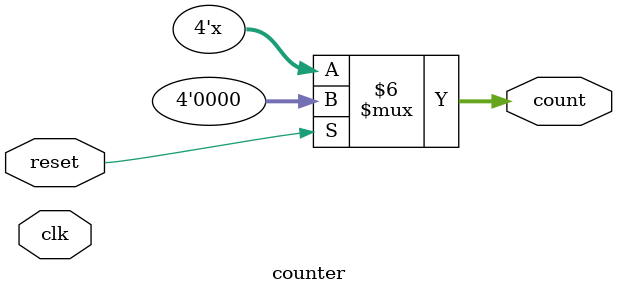
<source format=v>
module counter(clk,reset,count);
input clk,reset;
output [3:0]count;
reg [3:0]count=4'b0000;
always@(clk)
begin
if(reset==1)
count=0;
else
count=count+1;
end
endmodule
</source>
